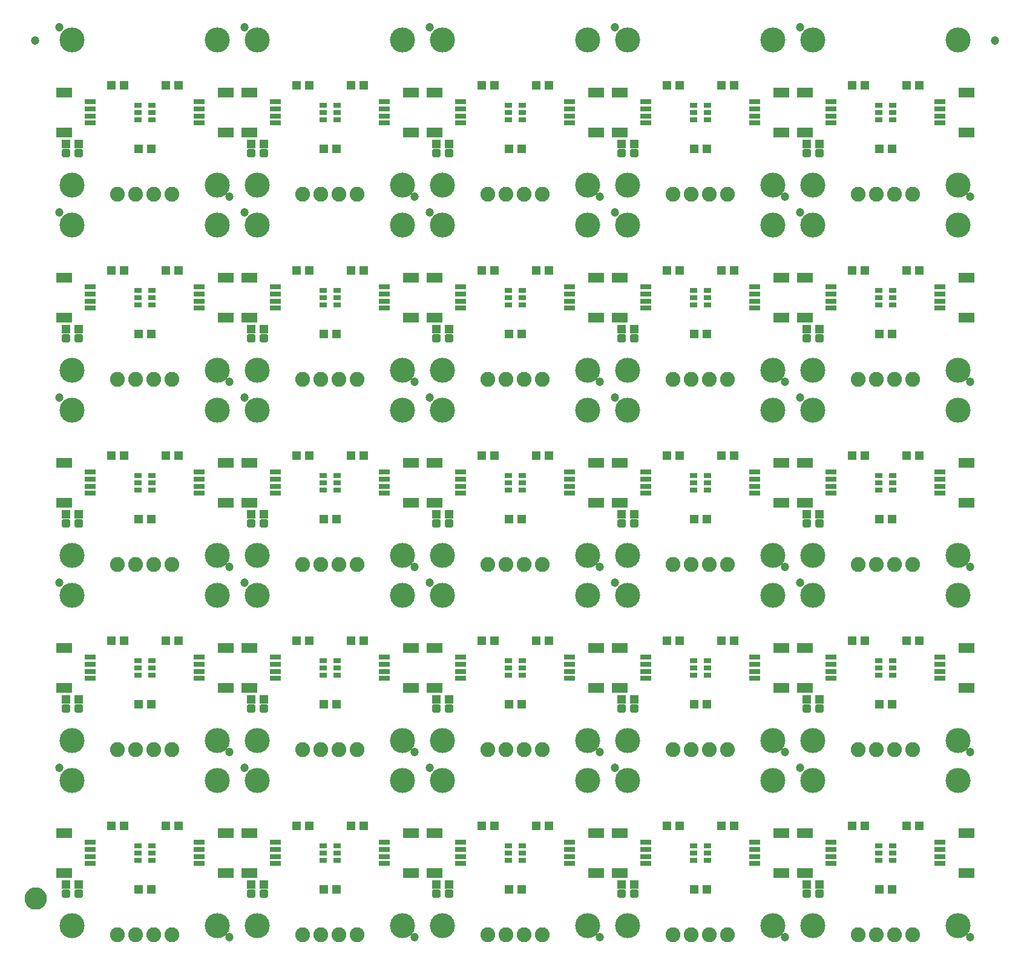
<source format=gts>
G04 EAGLE Gerber RS-274X export*
G75*
%MOMM*%
%FSLAX34Y34*%
%LPD*%
%INSoldermask Top*%
%IPPOS*%
%AMOC8*
5,1,8,0,0,1.08239X$1,22.5*%
G01*
%ADD10C,3.505200*%
%ADD11C,1.203200*%
%ADD12R,2.203200X1.403200*%
%ADD13R,1.553200X0.803200*%
%ADD14C,2.082800*%
%ADD15R,1.303200X1.203200*%
%ADD16C,0.505344*%
%ADD17R,1.003200X0.703200*%
%ADD18C,1.270000*%
%ADD19C,1.703200*%


D10*
X25400Y228600D03*
X228600Y228600D03*
D11*
X245110Y8890D03*
X7620Y246380D03*
D12*
X14050Y155000D03*
X14050Y99000D03*
D13*
X50800Y142000D03*
X50800Y132000D03*
X50800Y122000D03*
X50800Y112000D03*
D14*
X88900Y12700D03*
X114300Y12700D03*
X139700Y12700D03*
X165100Y12700D03*
D12*
X239950Y99000D03*
X239950Y155000D03*
D13*
X203200Y112000D03*
X203200Y122000D03*
X203200Y132000D03*
X203200Y142000D03*
D15*
X16900Y82550D03*
X33900Y82550D03*
D16*
X30680Y73340D02*
X30680Y66360D01*
X30680Y73340D02*
X37660Y73340D01*
X37660Y66360D01*
X30680Y66360D01*
X30680Y71160D02*
X37660Y71160D01*
X13140Y73340D02*
X13140Y66360D01*
X13140Y73340D02*
X20120Y73340D01*
X20120Y66360D01*
X13140Y66360D01*
X13140Y71160D02*
X20120Y71160D01*
D15*
X97400Y165100D03*
X80400Y165100D03*
X173600Y165100D03*
X156600Y165100D03*
X118500Y76200D03*
X135500Y76200D03*
D10*
X25400Y25400D03*
X228600Y25400D03*
D17*
X137000Y137000D03*
X137000Y127000D03*
X137000Y117000D03*
X117000Y117000D03*
X117000Y127000D03*
X117000Y137000D03*
D10*
X284480Y228600D03*
X487680Y228600D03*
D11*
X504190Y8890D03*
X266700Y246380D03*
D12*
X273130Y155000D03*
X273130Y99000D03*
D13*
X309880Y142000D03*
X309880Y132000D03*
X309880Y122000D03*
X309880Y112000D03*
D14*
X347980Y12700D03*
X373380Y12700D03*
X398780Y12700D03*
X424180Y12700D03*
D12*
X499030Y99000D03*
X499030Y155000D03*
D13*
X462280Y112000D03*
X462280Y122000D03*
X462280Y132000D03*
X462280Y142000D03*
D15*
X275980Y82550D03*
X292980Y82550D03*
D16*
X289760Y73340D02*
X289760Y66360D01*
X289760Y73340D02*
X296740Y73340D01*
X296740Y66360D01*
X289760Y66360D01*
X289760Y71160D02*
X296740Y71160D01*
X272220Y73340D02*
X272220Y66360D01*
X272220Y73340D02*
X279200Y73340D01*
X279200Y66360D01*
X272220Y66360D01*
X272220Y71160D02*
X279200Y71160D01*
D15*
X356480Y165100D03*
X339480Y165100D03*
X432680Y165100D03*
X415680Y165100D03*
X377580Y76200D03*
X394580Y76200D03*
D10*
X284480Y25400D03*
X487680Y25400D03*
D17*
X396080Y137000D03*
X396080Y127000D03*
X396080Y117000D03*
X376080Y117000D03*
X376080Y127000D03*
X376080Y137000D03*
D10*
X543560Y228600D03*
X746760Y228600D03*
D11*
X763270Y8890D03*
X525780Y246380D03*
D12*
X532210Y155000D03*
X532210Y99000D03*
D13*
X568960Y142000D03*
X568960Y132000D03*
X568960Y122000D03*
X568960Y112000D03*
D14*
X607060Y12700D03*
X632460Y12700D03*
X657860Y12700D03*
X683260Y12700D03*
D12*
X758110Y99000D03*
X758110Y155000D03*
D13*
X721360Y112000D03*
X721360Y122000D03*
X721360Y132000D03*
X721360Y142000D03*
D15*
X535060Y82550D03*
X552060Y82550D03*
D16*
X548840Y73340D02*
X548840Y66360D01*
X548840Y73340D02*
X555820Y73340D01*
X555820Y66360D01*
X548840Y66360D01*
X548840Y71160D02*
X555820Y71160D01*
X531300Y73340D02*
X531300Y66360D01*
X531300Y73340D02*
X538280Y73340D01*
X538280Y66360D01*
X531300Y66360D01*
X531300Y71160D02*
X538280Y71160D01*
D15*
X615560Y165100D03*
X598560Y165100D03*
X691760Y165100D03*
X674760Y165100D03*
X636660Y76200D03*
X653660Y76200D03*
D10*
X543560Y25400D03*
X746760Y25400D03*
D17*
X655160Y137000D03*
X655160Y127000D03*
X655160Y117000D03*
X635160Y117000D03*
X635160Y127000D03*
X635160Y137000D03*
D10*
X802640Y228600D03*
X1005840Y228600D03*
D11*
X1022350Y8890D03*
X784860Y246380D03*
D12*
X791290Y155000D03*
X791290Y99000D03*
D13*
X828040Y142000D03*
X828040Y132000D03*
X828040Y122000D03*
X828040Y112000D03*
D14*
X866140Y12700D03*
X891540Y12700D03*
X916940Y12700D03*
X942340Y12700D03*
D12*
X1017190Y99000D03*
X1017190Y155000D03*
D13*
X980440Y112000D03*
X980440Y122000D03*
X980440Y132000D03*
X980440Y142000D03*
D15*
X794140Y82550D03*
X811140Y82550D03*
D16*
X807920Y73340D02*
X807920Y66360D01*
X807920Y73340D02*
X814900Y73340D01*
X814900Y66360D01*
X807920Y66360D01*
X807920Y71160D02*
X814900Y71160D01*
X790380Y73340D02*
X790380Y66360D01*
X790380Y73340D02*
X797360Y73340D01*
X797360Y66360D01*
X790380Y66360D01*
X790380Y71160D02*
X797360Y71160D01*
D15*
X874640Y165100D03*
X857640Y165100D03*
X950840Y165100D03*
X933840Y165100D03*
X895740Y76200D03*
X912740Y76200D03*
D10*
X802640Y25400D03*
X1005840Y25400D03*
D17*
X914240Y137000D03*
X914240Y127000D03*
X914240Y117000D03*
X894240Y117000D03*
X894240Y127000D03*
X894240Y137000D03*
D10*
X1061720Y228600D03*
X1264920Y228600D03*
D11*
X1281430Y8890D03*
X1043940Y246380D03*
D12*
X1050370Y155000D03*
X1050370Y99000D03*
D13*
X1087120Y142000D03*
X1087120Y132000D03*
X1087120Y122000D03*
X1087120Y112000D03*
D14*
X1125220Y12700D03*
X1150620Y12700D03*
X1176020Y12700D03*
X1201420Y12700D03*
D12*
X1276270Y99000D03*
X1276270Y155000D03*
D13*
X1239520Y112000D03*
X1239520Y122000D03*
X1239520Y132000D03*
X1239520Y142000D03*
D15*
X1053220Y82550D03*
X1070220Y82550D03*
D16*
X1067000Y73340D02*
X1067000Y66360D01*
X1067000Y73340D02*
X1073980Y73340D01*
X1073980Y66360D01*
X1067000Y66360D01*
X1067000Y71160D02*
X1073980Y71160D01*
X1049460Y73340D02*
X1049460Y66360D01*
X1049460Y73340D02*
X1056440Y73340D01*
X1056440Y66360D01*
X1049460Y66360D01*
X1049460Y71160D02*
X1056440Y71160D01*
D15*
X1133720Y165100D03*
X1116720Y165100D03*
X1209920Y165100D03*
X1192920Y165100D03*
X1154820Y76200D03*
X1171820Y76200D03*
D10*
X1061720Y25400D03*
X1264920Y25400D03*
D17*
X1173320Y137000D03*
X1173320Y127000D03*
X1173320Y117000D03*
X1153320Y117000D03*
X1153320Y127000D03*
X1153320Y137000D03*
D10*
X25400Y487680D03*
X228600Y487680D03*
D11*
X245110Y267970D03*
X7620Y505460D03*
D12*
X14050Y414080D03*
X14050Y358080D03*
D13*
X50800Y401080D03*
X50800Y391080D03*
X50800Y381080D03*
X50800Y371080D03*
D14*
X88900Y271780D03*
X114300Y271780D03*
X139700Y271780D03*
X165100Y271780D03*
D12*
X239950Y358080D03*
X239950Y414080D03*
D13*
X203200Y371080D03*
X203200Y381080D03*
X203200Y391080D03*
X203200Y401080D03*
D15*
X16900Y341630D03*
X33900Y341630D03*
D16*
X30680Y332420D02*
X30680Y325440D01*
X30680Y332420D02*
X37660Y332420D01*
X37660Y325440D01*
X30680Y325440D01*
X30680Y330240D02*
X37660Y330240D01*
X13140Y332420D02*
X13140Y325440D01*
X13140Y332420D02*
X20120Y332420D01*
X20120Y325440D01*
X13140Y325440D01*
X13140Y330240D02*
X20120Y330240D01*
D15*
X97400Y424180D03*
X80400Y424180D03*
X173600Y424180D03*
X156600Y424180D03*
X118500Y335280D03*
X135500Y335280D03*
D10*
X25400Y284480D03*
X228600Y284480D03*
D17*
X137000Y396080D03*
X137000Y386080D03*
X137000Y376080D03*
X117000Y376080D03*
X117000Y386080D03*
X117000Y396080D03*
D10*
X284480Y487680D03*
X487680Y487680D03*
D11*
X504190Y267970D03*
X266700Y505460D03*
D12*
X273130Y414080D03*
X273130Y358080D03*
D13*
X309880Y401080D03*
X309880Y391080D03*
X309880Y381080D03*
X309880Y371080D03*
D14*
X347980Y271780D03*
X373380Y271780D03*
X398780Y271780D03*
X424180Y271780D03*
D12*
X499030Y358080D03*
X499030Y414080D03*
D13*
X462280Y371080D03*
X462280Y381080D03*
X462280Y391080D03*
X462280Y401080D03*
D15*
X275980Y341630D03*
X292980Y341630D03*
D16*
X289760Y332420D02*
X289760Y325440D01*
X289760Y332420D02*
X296740Y332420D01*
X296740Y325440D01*
X289760Y325440D01*
X289760Y330240D02*
X296740Y330240D01*
X272220Y332420D02*
X272220Y325440D01*
X272220Y332420D02*
X279200Y332420D01*
X279200Y325440D01*
X272220Y325440D01*
X272220Y330240D02*
X279200Y330240D01*
D15*
X356480Y424180D03*
X339480Y424180D03*
X432680Y424180D03*
X415680Y424180D03*
X377580Y335280D03*
X394580Y335280D03*
D10*
X284480Y284480D03*
X487680Y284480D03*
D17*
X396080Y396080D03*
X396080Y386080D03*
X396080Y376080D03*
X376080Y376080D03*
X376080Y386080D03*
X376080Y396080D03*
D10*
X543560Y487680D03*
X746760Y487680D03*
D11*
X763270Y267970D03*
X525780Y505460D03*
D12*
X532210Y414080D03*
X532210Y358080D03*
D13*
X568960Y401080D03*
X568960Y391080D03*
X568960Y381080D03*
X568960Y371080D03*
D14*
X607060Y271780D03*
X632460Y271780D03*
X657860Y271780D03*
X683260Y271780D03*
D12*
X758110Y358080D03*
X758110Y414080D03*
D13*
X721360Y371080D03*
X721360Y381080D03*
X721360Y391080D03*
X721360Y401080D03*
D15*
X535060Y341630D03*
X552060Y341630D03*
D16*
X548840Y332420D02*
X548840Y325440D01*
X548840Y332420D02*
X555820Y332420D01*
X555820Y325440D01*
X548840Y325440D01*
X548840Y330240D02*
X555820Y330240D01*
X531300Y332420D02*
X531300Y325440D01*
X531300Y332420D02*
X538280Y332420D01*
X538280Y325440D01*
X531300Y325440D01*
X531300Y330240D02*
X538280Y330240D01*
D15*
X615560Y424180D03*
X598560Y424180D03*
X691760Y424180D03*
X674760Y424180D03*
X636660Y335280D03*
X653660Y335280D03*
D10*
X543560Y284480D03*
X746760Y284480D03*
D17*
X655160Y396080D03*
X655160Y386080D03*
X655160Y376080D03*
X635160Y376080D03*
X635160Y386080D03*
X635160Y396080D03*
D10*
X802640Y487680D03*
X1005840Y487680D03*
D11*
X1022350Y267970D03*
X784860Y505460D03*
D12*
X791290Y414080D03*
X791290Y358080D03*
D13*
X828040Y401080D03*
X828040Y391080D03*
X828040Y381080D03*
X828040Y371080D03*
D14*
X866140Y271780D03*
X891540Y271780D03*
X916940Y271780D03*
X942340Y271780D03*
D12*
X1017190Y358080D03*
X1017190Y414080D03*
D13*
X980440Y371080D03*
X980440Y381080D03*
X980440Y391080D03*
X980440Y401080D03*
D15*
X794140Y341630D03*
X811140Y341630D03*
D16*
X807920Y332420D02*
X807920Y325440D01*
X807920Y332420D02*
X814900Y332420D01*
X814900Y325440D01*
X807920Y325440D01*
X807920Y330240D02*
X814900Y330240D01*
X790380Y332420D02*
X790380Y325440D01*
X790380Y332420D02*
X797360Y332420D01*
X797360Y325440D01*
X790380Y325440D01*
X790380Y330240D02*
X797360Y330240D01*
D15*
X874640Y424180D03*
X857640Y424180D03*
X950840Y424180D03*
X933840Y424180D03*
X895740Y335280D03*
X912740Y335280D03*
D10*
X802640Y284480D03*
X1005840Y284480D03*
D17*
X914240Y396080D03*
X914240Y386080D03*
X914240Y376080D03*
X894240Y376080D03*
X894240Y386080D03*
X894240Y396080D03*
D10*
X1061720Y487680D03*
X1264920Y487680D03*
D11*
X1281430Y267970D03*
X1043940Y505460D03*
D12*
X1050370Y414080D03*
X1050370Y358080D03*
D13*
X1087120Y401080D03*
X1087120Y391080D03*
X1087120Y381080D03*
X1087120Y371080D03*
D14*
X1125220Y271780D03*
X1150620Y271780D03*
X1176020Y271780D03*
X1201420Y271780D03*
D12*
X1276270Y358080D03*
X1276270Y414080D03*
D13*
X1239520Y371080D03*
X1239520Y381080D03*
X1239520Y391080D03*
X1239520Y401080D03*
D15*
X1053220Y341630D03*
X1070220Y341630D03*
D16*
X1067000Y332420D02*
X1067000Y325440D01*
X1067000Y332420D02*
X1073980Y332420D01*
X1073980Y325440D01*
X1067000Y325440D01*
X1067000Y330240D02*
X1073980Y330240D01*
X1049460Y332420D02*
X1049460Y325440D01*
X1049460Y332420D02*
X1056440Y332420D01*
X1056440Y325440D01*
X1049460Y325440D01*
X1049460Y330240D02*
X1056440Y330240D01*
D15*
X1133720Y424180D03*
X1116720Y424180D03*
X1209920Y424180D03*
X1192920Y424180D03*
X1154820Y335280D03*
X1171820Y335280D03*
D10*
X1061720Y284480D03*
X1264920Y284480D03*
D17*
X1173320Y396080D03*
X1173320Y386080D03*
X1173320Y376080D03*
X1153320Y376080D03*
X1153320Y386080D03*
X1153320Y396080D03*
D10*
X25400Y746760D03*
X228600Y746760D03*
D11*
X245110Y527050D03*
X7620Y764540D03*
D12*
X14050Y673160D03*
X14050Y617160D03*
D13*
X50800Y660160D03*
X50800Y650160D03*
X50800Y640160D03*
X50800Y630160D03*
D14*
X88900Y530860D03*
X114300Y530860D03*
X139700Y530860D03*
X165100Y530860D03*
D12*
X239950Y617160D03*
X239950Y673160D03*
D13*
X203200Y630160D03*
X203200Y640160D03*
X203200Y650160D03*
X203200Y660160D03*
D15*
X16900Y600710D03*
X33900Y600710D03*
D16*
X30680Y591500D02*
X30680Y584520D01*
X30680Y591500D02*
X37660Y591500D01*
X37660Y584520D01*
X30680Y584520D01*
X30680Y589320D02*
X37660Y589320D01*
X13140Y591500D02*
X13140Y584520D01*
X13140Y591500D02*
X20120Y591500D01*
X20120Y584520D01*
X13140Y584520D01*
X13140Y589320D02*
X20120Y589320D01*
D15*
X97400Y683260D03*
X80400Y683260D03*
X173600Y683260D03*
X156600Y683260D03*
X118500Y594360D03*
X135500Y594360D03*
D10*
X25400Y543560D03*
X228600Y543560D03*
D17*
X137000Y655160D03*
X137000Y645160D03*
X137000Y635160D03*
X117000Y635160D03*
X117000Y645160D03*
X117000Y655160D03*
D10*
X284480Y746760D03*
X487680Y746760D03*
D11*
X504190Y527050D03*
X266700Y764540D03*
D12*
X273130Y673160D03*
X273130Y617160D03*
D13*
X309880Y660160D03*
X309880Y650160D03*
X309880Y640160D03*
X309880Y630160D03*
D14*
X347980Y530860D03*
X373380Y530860D03*
X398780Y530860D03*
X424180Y530860D03*
D12*
X499030Y617160D03*
X499030Y673160D03*
D13*
X462280Y630160D03*
X462280Y640160D03*
X462280Y650160D03*
X462280Y660160D03*
D15*
X275980Y600710D03*
X292980Y600710D03*
D16*
X289760Y591500D02*
X289760Y584520D01*
X289760Y591500D02*
X296740Y591500D01*
X296740Y584520D01*
X289760Y584520D01*
X289760Y589320D02*
X296740Y589320D01*
X272220Y591500D02*
X272220Y584520D01*
X272220Y591500D02*
X279200Y591500D01*
X279200Y584520D01*
X272220Y584520D01*
X272220Y589320D02*
X279200Y589320D01*
D15*
X356480Y683260D03*
X339480Y683260D03*
X432680Y683260D03*
X415680Y683260D03*
X377580Y594360D03*
X394580Y594360D03*
D10*
X284480Y543560D03*
X487680Y543560D03*
D17*
X396080Y655160D03*
X396080Y645160D03*
X396080Y635160D03*
X376080Y635160D03*
X376080Y645160D03*
X376080Y655160D03*
D10*
X543560Y746760D03*
X746760Y746760D03*
D11*
X763270Y527050D03*
X525780Y764540D03*
D12*
X532210Y673160D03*
X532210Y617160D03*
D13*
X568960Y660160D03*
X568960Y650160D03*
X568960Y640160D03*
X568960Y630160D03*
D14*
X607060Y530860D03*
X632460Y530860D03*
X657860Y530860D03*
X683260Y530860D03*
D12*
X758110Y617160D03*
X758110Y673160D03*
D13*
X721360Y630160D03*
X721360Y640160D03*
X721360Y650160D03*
X721360Y660160D03*
D15*
X535060Y600710D03*
X552060Y600710D03*
D16*
X548840Y591500D02*
X548840Y584520D01*
X548840Y591500D02*
X555820Y591500D01*
X555820Y584520D01*
X548840Y584520D01*
X548840Y589320D02*
X555820Y589320D01*
X531300Y591500D02*
X531300Y584520D01*
X531300Y591500D02*
X538280Y591500D01*
X538280Y584520D01*
X531300Y584520D01*
X531300Y589320D02*
X538280Y589320D01*
D15*
X615560Y683260D03*
X598560Y683260D03*
X691760Y683260D03*
X674760Y683260D03*
X636660Y594360D03*
X653660Y594360D03*
D10*
X543560Y543560D03*
X746760Y543560D03*
D17*
X655160Y655160D03*
X655160Y645160D03*
X655160Y635160D03*
X635160Y635160D03*
X635160Y645160D03*
X635160Y655160D03*
D10*
X802640Y746760D03*
X1005840Y746760D03*
D11*
X1022350Y527050D03*
X784860Y764540D03*
D12*
X791290Y673160D03*
X791290Y617160D03*
D13*
X828040Y660160D03*
X828040Y650160D03*
X828040Y640160D03*
X828040Y630160D03*
D14*
X866140Y530860D03*
X891540Y530860D03*
X916940Y530860D03*
X942340Y530860D03*
D12*
X1017190Y617160D03*
X1017190Y673160D03*
D13*
X980440Y630160D03*
X980440Y640160D03*
X980440Y650160D03*
X980440Y660160D03*
D15*
X794140Y600710D03*
X811140Y600710D03*
D16*
X807920Y591500D02*
X807920Y584520D01*
X807920Y591500D02*
X814900Y591500D01*
X814900Y584520D01*
X807920Y584520D01*
X807920Y589320D02*
X814900Y589320D01*
X790380Y591500D02*
X790380Y584520D01*
X790380Y591500D02*
X797360Y591500D01*
X797360Y584520D01*
X790380Y584520D01*
X790380Y589320D02*
X797360Y589320D01*
D15*
X874640Y683260D03*
X857640Y683260D03*
X950840Y683260D03*
X933840Y683260D03*
X895740Y594360D03*
X912740Y594360D03*
D10*
X802640Y543560D03*
X1005840Y543560D03*
D17*
X914240Y655160D03*
X914240Y645160D03*
X914240Y635160D03*
X894240Y635160D03*
X894240Y645160D03*
X894240Y655160D03*
D10*
X1061720Y746760D03*
X1264920Y746760D03*
D11*
X1281430Y527050D03*
X1043940Y764540D03*
D12*
X1050370Y673160D03*
X1050370Y617160D03*
D13*
X1087120Y660160D03*
X1087120Y650160D03*
X1087120Y640160D03*
X1087120Y630160D03*
D14*
X1125220Y530860D03*
X1150620Y530860D03*
X1176020Y530860D03*
X1201420Y530860D03*
D12*
X1276270Y617160D03*
X1276270Y673160D03*
D13*
X1239520Y630160D03*
X1239520Y640160D03*
X1239520Y650160D03*
X1239520Y660160D03*
D15*
X1053220Y600710D03*
X1070220Y600710D03*
D16*
X1067000Y591500D02*
X1067000Y584520D01*
X1067000Y591500D02*
X1073980Y591500D01*
X1073980Y584520D01*
X1067000Y584520D01*
X1067000Y589320D02*
X1073980Y589320D01*
X1049460Y591500D02*
X1049460Y584520D01*
X1049460Y591500D02*
X1056440Y591500D01*
X1056440Y584520D01*
X1049460Y584520D01*
X1049460Y589320D02*
X1056440Y589320D01*
D15*
X1133720Y683260D03*
X1116720Y683260D03*
X1209920Y683260D03*
X1192920Y683260D03*
X1154820Y594360D03*
X1171820Y594360D03*
D10*
X1061720Y543560D03*
X1264920Y543560D03*
D17*
X1173320Y655160D03*
X1173320Y645160D03*
X1173320Y635160D03*
X1153320Y635160D03*
X1153320Y645160D03*
X1153320Y655160D03*
D10*
X25400Y1005840D03*
X228600Y1005840D03*
D11*
X245110Y786130D03*
X7620Y1023620D03*
D12*
X14050Y932240D03*
X14050Y876240D03*
D13*
X50800Y919240D03*
X50800Y909240D03*
X50800Y899240D03*
X50800Y889240D03*
D14*
X88900Y789940D03*
X114300Y789940D03*
X139700Y789940D03*
X165100Y789940D03*
D12*
X239950Y876240D03*
X239950Y932240D03*
D13*
X203200Y889240D03*
X203200Y899240D03*
X203200Y909240D03*
X203200Y919240D03*
D15*
X16900Y859790D03*
X33900Y859790D03*
D16*
X30680Y850580D02*
X30680Y843600D01*
X30680Y850580D02*
X37660Y850580D01*
X37660Y843600D01*
X30680Y843600D01*
X30680Y848400D02*
X37660Y848400D01*
X13140Y850580D02*
X13140Y843600D01*
X13140Y850580D02*
X20120Y850580D01*
X20120Y843600D01*
X13140Y843600D01*
X13140Y848400D02*
X20120Y848400D01*
D15*
X97400Y942340D03*
X80400Y942340D03*
X173600Y942340D03*
X156600Y942340D03*
X118500Y853440D03*
X135500Y853440D03*
D10*
X25400Y802640D03*
X228600Y802640D03*
D17*
X137000Y914240D03*
X137000Y904240D03*
X137000Y894240D03*
X117000Y894240D03*
X117000Y904240D03*
X117000Y914240D03*
D10*
X284480Y1005840D03*
X487680Y1005840D03*
D11*
X504190Y786130D03*
X266700Y1023620D03*
D12*
X273130Y932240D03*
X273130Y876240D03*
D13*
X309880Y919240D03*
X309880Y909240D03*
X309880Y899240D03*
X309880Y889240D03*
D14*
X347980Y789940D03*
X373380Y789940D03*
X398780Y789940D03*
X424180Y789940D03*
D12*
X499030Y876240D03*
X499030Y932240D03*
D13*
X462280Y889240D03*
X462280Y899240D03*
X462280Y909240D03*
X462280Y919240D03*
D15*
X275980Y859790D03*
X292980Y859790D03*
D16*
X289760Y850580D02*
X289760Y843600D01*
X289760Y850580D02*
X296740Y850580D01*
X296740Y843600D01*
X289760Y843600D01*
X289760Y848400D02*
X296740Y848400D01*
X272220Y850580D02*
X272220Y843600D01*
X272220Y850580D02*
X279200Y850580D01*
X279200Y843600D01*
X272220Y843600D01*
X272220Y848400D02*
X279200Y848400D01*
D15*
X356480Y942340D03*
X339480Y942340D03*
X432680Y942340D03*
X415680Y942340D03*
X377580Y853440D03*
X394580Y853440D03*
D10*
X284480Y802640D03*
X487680Y802640D03*
D17*
X396080Y914240D03*
X396080Y904240D03*
X396080Y894240D03*
X376080Y894240D03*
X376080Y904240D03*
X376080Y914240D03*
D10*
X543560Y1005840D03*
X746760Y1005840D03*
D11*
X763270Y786130D03*
X525780Y1023620D03*
D12*
X532210Y932240D03*
X532210Y876240D03*
D13*
X568960Y919240D03*
X568960Y909240D03*
X568960Y899240D03*
X568960Y889240D03*
D14*
X607060Y789940D03*
X632460Y789940D03*
X657860Y789940D03*
X683260Y789940D03*
D12*
X758110Y876240D03*
X758110Y932240D03*
D13*
X721360Y889240D03*
X721360Y899240D03*
X721360Y909240D03*
X721360Y919240D03*
D15*
X535060Y859790D03*
X552060Y859790D03*
D16*
X548840Y850580D02*
X548840Y843600D01*
X548840Y850580D02*
X555820Y850580D01*
X555820Y843600D01*
X548840Y843600D01*
X548840Y848400D02*
X555820Y848400D01*
X531300Y850580D02*
X531300Y843600D01*
X531300Y850580D02*
X538280Y850580D01*
X538280Y843600D01*
X531300Y843600D01*
X531300Y848400D02*
X538280Y848400D01*
D15*
X615560Y942340D03*
X598560Y942340D03*
X691760Y942340D03*
X674760Y942340D03*
X636660Y853440D03*
X653660Y853440D03*
D10*
X543560Y802640D03*
X746760Y802640D03*
D17*
X655160Y914240D03*
X655160Y904240D03*
X655160Y894240D03*
X635160Y894240D03*
X635160Y904240D03*
X635160Y914240D03*
D10*
X802640Y1005840D03*
X1005840Y1005840D03*
D11*
X1022350Y786130D03*
X784860Y1023620D03*
D12*
X791290Y932240D03*
X791290Y876240D03*
D13*
X828040Y919240D03*
X828040Y909240D03*
X828040Y899240D03*
X828040Y889240D03*
D14*
X866140Y789940D03*
X891540Y789940D03*
X916940Y789940D03*
X942340Y789940D03*
D12*
X1017190Y876240D03*
X1017190Y932240D03*
D13*
X980440Y889240D03*
X980440Y899240D03*
X980440Y909240D03*
X980440Y919240D03*
D15*
X794140Y859790D03*
X811140Y859790D03*
D16*
X807920Y850580D02*
X807920Y843600D01*
X807920Y850580D02*
X814900Y850580D01*
X814900Y843600D01*
X807920Y843600D01*
X807920Y848400D02*
X814900Y848400D01*
X790380Y850580D02*
X790380Y843600D01*
X790380Y850580D02*
X797360Y850580D01*
X797360Y843600D01*
X790380Y843600D01*
X790380Y848400D02*
X797360Y848400D01*
D15*
X874640Y942340D03*
X857640Y942340D03*
X950840Y942340D03*
X933840Y942340D03*
X895740Y853440D03*
X912740Y853440D03*
D10*
X802640Y802640D03*
X1005840Y802640D03*
D17*
X914240Y914240D03*
X914240Y904240D03*
X914240Y894240D03*
X894240Y894240D03*
X894240Y904240D03*
X894240Y914240D03*
D10*
X1061720Y1005840D03*
X1264920Y1005840D03*
D11*
X1281430Y786130D03*
X1043940Y1023620D03*
D12*
X1050370Y932240D03*
X1050370Y876240D03*
D13*
X1087120Y919240D03*
X1087120Y909240D03*
X1087120Y899240D03*
X1087120Y889240D03*
D14*
X1125220Y789940D03*
X1150620Y789940D03*
X1176020Y789940D03*
X1201420Y789940D03*
D12*
X1276270Y876240D03*
X1276270Y932240D03*
D13*
X1239520Y889240D03*
X1239520Y899240D03*
X1239520Y909240D03*
X1239520Y919240D03*
D15*
X1053220Y859790D03*
X1070220Y859790D03*
D16*
X1067000Y850580D02*
X1067000Y843600D01*
X1067000Y850580D02*
X1073980Y850580D01*
X1073980Y843600D01*
X1067000Y843600D01*
X1067000Y848400D02*
X1073980Y848400D01*
X1049460Y850580D02*
X1049460Y843600D01*
X1049460Y850580D02*
X1056440Y850580D01*
X1056440Y843600D01*
X1049460Y843600D01*
X1049460Y848400D02*
X1056440Y848400D01*
D15*
X1133720Y942340D03*
X1116720Y942340D03*
X1209920Y942340D03*
X1192920Y942340D03*
X1154820Y853440D03*
X1171820Y853440D03*
D10*
X1061720Y802640D03*
X1264920Y802640D03*
D17*
X1173320Y914240D03*
X1173320Y904240D03*
X1173320Y894240D03*
X1153320Y894240D03*
X1153320Y904240D03*
X1153320Y914240D03*
D10*
X25400Y1264920D03*
X228600Y1264920D03*
D11*
X245110Y1045210D03*
X7620Y1282700D03*
D12*
X14050Y1191320D03*
X14050Y1135320D03*
D13*
X50800Y1178320D03*
X50800Y1168320D03*
X50800Y1158320D03*
X50800Y1148320D03*
D14*
X88900Y1049020D03*
X114300Y1049020D03*
X139700Y1049020D03*
X165100Y1049020D03*
D12*
X239950Y1135320D03*
X239950Y1191320D03*
D13*
X203200Y1148320D03*
X203200Y1158320D03*
X203200Y1168320D03*
X203200Y1178320D03*
D15*
X16900Y1118870D03*
X33900Y1118870D03*
D16*
X30680Y1109660D02*
X30680Y1102680D01*
X30680Y1109660D02*
X37660Y1109660D01*
X37660Y1102680D01*
X30680Y1102680D01*
X30680Y1107480D02*
X37660Y1107480D01*
X13140Y1109660D02*
X13140Y1102680D01*
X13140Y1109660D02*
X20120Y1109660D01*
X20120Y1102680D01*
X13140Y1102680D01*
X13140Y1107480D02*
X20120Y1107480D01*
D15*
X97400Y1201420D03*
X80400Y1201420D03*
X173600Y1201420D03*
X156600Y1201420D03*
X118500Y1112520D03*
X135500Y1112520D03*
D10*
X25400Y1061720D03*
X228600Y1061720D03*
D17*
X137000Y1173320D03*
X137000Y1163320D03*
X137000Y1153320D03*
X117000Y1153320D03*
X117000Y1163320D03*
X117000Y1173320D03*
D10*
X284480Y1264920D03*
X487680Y1264920D03*
D11*
X504190Y1045210D03*
X266700Y1282700D03*
D12*
X273130Y1191320D03*
X273130Y1135320D03*
D13*
X309880Y1178320D03*
X309880Y1168320D03*
X309880Y1158320D03*
X309880Y1148320D03*
D14*
X347980Y1049020D03*
X373380Y1049020D03*
X398780Y1049020D03*
X424180Y1049020D03*
D12*
X499030Y1135320D03*
X499030Y1191320D03*
D13*
X462280Y1148320D03*
X462280Y1158320D03*
X462280Y1168320D03*
X462280Y1178320D03*
D15*
X275980Y1118870D03*
X292980Y1118870D03*
D16*
X289760Y1109660D02*
X289760Y1102680D01*
X289760Y1109660D02*
X296740Y1109660D01*
X296740Y1102680D01*
X289760Y1102680D01*
X289760Y1107480D02*
X296740Y1107480D01*
X272220Y1109660D02*
X272220Y1102680D01*
X272220Y1109660D02*
X279200Y1109660D01*
X279200Y1102680D01*
X272220Y1102680D01*
X272220Y1107480D02*
X279200Y1107480D01*
D15*
X356480Y1201420D03*
X339480Y1201420D03*
X432680Y1201420D03*
X415680Y1201420D03*
X377580Y1112520D03*
X394580Y1112520D03*
D10*
X284480Y1061720D03*
X487680Y1061720D03*
D17*
X396080Y1173320D03*
X396080Y1163320D03*
X396080Y1153320D03*
X376080Y1153320D03*
X376080Y1163320D03*
X376080Y1173320D03*
D10*
X543560Y1264920D03*
X746760Y1264920D03*
D11*
X763270Y1045210D03*
X525780Y1282700D03*
D12*
X532210Y1191320D03*
X532210Y1135320D03*
D13*
X568960Y1178320D03*
X568960Y1168320D03*
X568960Y1158320D03*
X568960Y1148320D03*
D14*
X607060Y1049020D03*
X632460Y1049020D03*
X657860Y1049020D03*
X683260Y1049020D03*
D12*
X758110Y1135320D03*
X758110Y1191320D03*
D13*
X721360Y1148320D03*
X721360Y1158320D03*
X721360Y1168320D03*
X721360Y1178320D03*
D15*
X535060Y1118870D03*
X552060Y1118870D03*
D16*
X548840Y1109660D02*
X548840Y1102680D01*
X548840Y1109660D02*
X555820Y1109660D01*
X555820Y1102680D01*
X548840Y1102680D01*
X548840Y1107480D02*
X555820Y1107480D01*
X531300Y1109660D02*
X531300Y1102680D01*
X531300Y1109660D02*
X538280Y1109660D01*
X538280Y1102680D01*
X531300Y1102680D01*
X531300Y1107480D02*
X538280Y1107480D01*
D15*
X615560Y1201420D03*
X598560Y1201420D03*
X691760Y1201420D03*
X674760Y1201420D03*
X636660Y1112520D03*
X653660Y1112520D03*
D10*
X543560Y1061720D03*
X746760Y1061720D03*
D17*
X655160Y1173320D03*
X655160Y1163320D03*
X655160Y1153320D03*
X635160Y1153320D03*
X635160Y1163320D03*
X635160Y1173320D03*
D10*
X802640Y1264920D03*
X1005840Y1264920D03*
D11*
X1022350Y1045210D03*
X784860Y1282700D03*
D12*
X791290Y1191320D03*
X791290Y1135320D03*
D13*
X828040Y1178320D03*
X828040Y1168320D03*
X828040Y1158320D03*
X828040Y1148320D03*
D14*
X866140Y1049020D03*
X891540Y1049020D03*
X916940Y1049020D03*
X942340Y1049020D03*
D12*
X1017190Y1135320D03*
X1017190Y1191320D03*
D13*
X980440Y1148320D03*
X980440Y1158320D03*
X980440Y1168320D03*
X980440Y1178320D03*
D15*
X794140Y1118870D03*
X811140Y1118870D03*
D16*
X807920Y1109660D02*
X807920Y1102680D01*
X807920Y1109660D02*
X814900Y1109660D01*
X814900Y1102680D01*
X807920Y1102680D01*
X807920Y1107480D02*
X814900Y1107480D01*
X790380Y1109660D02*
X790380Y1102680D01*
X790380Y1109660D02*
X797360Y1109660D01*
X797360Y1102680D01*
X790380Y1102680D01*
X790380Y1107480D02*
X797360Y1107480D01*
D15*
X874640Y1201420D03*
X857640Y1201420D03*
X950840Y1201420D03*
X933840Y1201420D03*
X895740Y1112520D03*
X912740Y1112520D03*
D10*
X802640Y1061720D03*
X1005840Y1061720D03*
D17*
X914240Y1173320D03*
X914240Y1163320D03*
X914240Y1153320D03*
X894240Y1153320D03*
X894240Y1163320D03*
X894240Y1173320D03*
D10*
X1061720Y1264920D03*
X1264920Y1264920D03*
D11*
X1281430Y1045210D03*
X1043940Y1282700D03*
D12*
X1050370Y1191320D03*
X1050370Y1135320D03*
D13*
X1087120Y1178320D03*
X1087120Y1168320D03*
X1087120Y1158320D03*
X1087120Y1148320D03*
D14*
X1125220Y1049020D03*
X1150620Y1049020D03*
X1176020Y1049020D03*
X1201420Y1049020D03*
D12*
X1276270Y1135320D03*
X1276270Y1191320D03*
D13*
X1239520Y1148320D03*
X1239520Y1158320D03*
X1239520Y1168320D03*
X1239520Y1178320D03*
D15*
X1053220Y1118870D03*
X1070220Y1118870D03*
D16*
X1067000Y1109660D02*
X1067000Y1102680D01*
X1067000Y1109660D02*
X1073980Y1109660D01*
X1073980Y1102680D01*
X1067000Y1102680D01*
X1067000Y1107480D02*
X1073980Y1107480D01*
X1049460Y1109660D02*
X1049460Y1102680D01*
X1049460Y1109660D02*
X1056440Y1109660D01*
X1056440Y1102680D01*
X1049460Y1102680D01*
X1049460Y1107480D02*
X1056440Y1107480D01*
D15*
X1133720Y1201420D03*
X1116720Y1201420D03*
X1209920Y1201420D03*
X1192920Y1201420D03*
X1154820Y1112520D03*
X1171820Y1112520D03*
D10*
X1061720Y1061720D03*
X1264920Y1061720D03*
D17*
X1173320Y1173320D03*
X1173320Y1163320D03*
X1173320Y1153320D03*
X1153320Y1153320D03*
X1153320Y1163320D03*
X1153320Y1173320D03*
D11*
X-26238Y1263650D03*
X1316558Y1263650D03*
D18*
X-35293Y63500D02*
X-35290Y63722D01*
X-35282Y63944D01*
X-35268Y64166D01*
X-35249Y64388D01*
X-35225Y64608D01*
X-35195Y64829D01*
X-35160Y65048D01*
X-35119Y65267D01*
X-35073Y65484D01*
X-35022Y65700D01*
X-34965Y65915D01*
X-34903Y66129D01*
X-34836Y66340D01*
X-34764Y66551D01*
X-34686Y66759D01*
X-34604Y66965D01*
X-34516Y67169D01*
X-34424Y67372D01*
X-34326Y67571D01*
X-34224Y67768D01*
X-34117Y67963D01*
X-34005Y68155D01*
X-33888Y68344D01*
X-33767Y68531D01*
X-33641Y68714D01*
X-33511Y68894D01*
X-33376Y69071D01*
X-33238Y69244D01*
X-33095Y69414D01*
X-32947Y69581D01*
X-32796Y69744D01*
X-32641Y69903D01*
X-32482Y70058D01*
X-32319Y70209D01*
X-32152Y70357D01*
X-31982Y70500D01*
X-31809Y70638D01*
X-31632Y70773D01*
X-31452Y70903D01*
X-31269Y71029D01*
X-31082Y71150D01*
X-30893Y71267D01*
X-30701Y71379D01*
X-30506Y71486D01*
X-30309Y71588D01*
X-30110Y71686D01*
X-29907Y71778D01*
X-29703Y71866D01*
X-29497Y71948D01*
X-29289Y72026D01*
X-29078Y72098D01*
X-28867Y72165D01*
X-28653Y72227D01*
X-28438Y72284D01*
X-28222Y72335D01*
X-28005Y72381D01*
X-27786Y72422D01*
X-27567Y72457D01*
X-27346Y72487D01*
X-27126Y72511D01*
X-26904Y72530D01*
X-26682Y72544D01*
X-26460Y72552D01*
X-26238Y72555D01*
X-26016Y72552D01*
X-25794Y72544D01*
X-25572Y72530D01*
X-25350Y72511D01*
X-25130Y72487D01*
X-24909Y72457D01*
X-24690Y72422D01*
X-24471Y72381D01*
X-24254Y72335D01*
X-24038Y72284D01*
X-23823Y72227D01*
X-23609Y72165D01*
X-23398Y72098D01*
X-23187Y72026D01*
X-22979Y71948D01*
X-22773Y71866D01*
X-22569Y71778D01*
X-22366Y71686D01*
X-22167Y71588D01*
X-21970Y71486D01*
X-21775Y71379D01*
X-21583Y71267D01*
X-21394Y71150D01*
X-21207Y71029D01*
X-21024Y70903D01*
X-20844Y70773D01*
X-20667Y70638D01*
X-20494Y70500D01*
X-20324Y70357D01*
X-20157Y70209D01*
X-19994Y70058D01*
X-19835Y69903D01*
X-19680Y69744D01*
X-19529Y69581D01*
X-19381Y69414D01*
X-19238Y69244D01*
X-19100Y69071D01*
X-18965Y68894D01*
X-18835Y68714D01*
X-18709Y68531D01*
X-18588Y68344D01*
X-18471Y68155D01*
X-18359Y67963D01*
X-18252Y67768D01*
X-18150Y67571D01*
X-18052Y67372D01*
X-17960Y67169D01*
X-17872Y66965D01*
X-17790Y66759D01*
X-17712Y66551D01*
X-17640Y66340D01*
X-17573Y66129D01*
X-17511Y65915D01*
X-17454Y65700D01*
X-17403Y65484D01*
X-17357Y65267D01*
X-17316Y65048D01*
X-17281Y64829D01*
X-17251Y64608D01*
X-17227Y64388D01*
X-17208Y64166D01*
X-17194Y63944D01*
X-17186Y63722D01*
X-17183Y63500D01*
X-17186Y63278D01*
X-17194Y63056D01*
X-17208Y62834D01*
X-17227Y62612D01*
X-17251Y62392D01*
X-17281Y62171D01*
X-17316Y61952D01*
X-17357Y61733D01*
X-17403Y61516D01*
X-17454Y61300D01*
X-17511Y61085D01*
X-17573Y60871D01*
X-17640Y60660D01*
X-17712Y60449D01*
X-17790Y60241D01*
X-17872Y60035D01*
X-17960Y59831D01*
X-18052Y59628D01*
X-18150Y59429D01*
X-18252Y59232D01*
X-18359Y59037D01*
X-18471Y58845D01*
X-18588Y58656D01*
X-18709Y58469D01*
X-18835Y58286D01*
X-18965Y58106D01*
X-19100Y57929D01*
X-19238Y57756D01*
X-19381Y57586D01*
X-19529Y57419D01*
X-19680Y57256D01*
X-19835Y57097D01*
X-19994Y56942D01*
X-20157Y56791D01*
X-20324Y56643D01*
X-20494Y56500D01*
X-20667Y56362D01*
X-20844Y56227D01*
X-21024Y56097D01*
X-21207Y55971D01*
X-21394Y55850D01*
X-21583Y55733D01*
X-21775Y55621D01*
X-21970Y55514D01*
X-22167Y55412D01*
X-22366Y55314D01*
X-22569Y55222D01*
X-22773Y55134D01*
X-22979Y55052D01*
X-23187Y54974D01*
X-23398Y54902D01*
X-23609Y54835D01*
X-23823Y54773D01*
X-24038Y54716D01*
X-24254Y54665D01*
X-24471Y54619D01*
X-24690Y54578D01*
X-24909Y54543D01*
X-25130Y54513D01*
X-25350Y54489D01*
X-25572Y54470D01*
X-25794Y54456D01*
X-26016Y54448D01*
X-26238Y54445D01*
X-26460Y54448D01*
X-26682Y54456D01*
X-26904Y54470D01*
X-27126Y54489D01*
X-27346Y54513D01*
X-27567Y54543D01*
X-27786Y54578D01*
X-28005Y54619D01*
X-28222Y54665D01*
X-28438Y54716D01*
X-28653Y54773D01*
X-28867Y54835D01*
X-29078Y54902D01*
X-29289Y54974D01*
X-29497Y55052D01*
X-29703Y55134D01*
X-29907Y55222D01*
X-30110Y55314D01*
X-30309Y55412D01*
X-30506Y55514D01*
X-30701Y55621D01*
X-30893Y55733D01*
X-31082Y55850D01*
X-31269Y55971D01*
X-31452Y56097D01*
X-31632Y56227D01*
X-31809Y56362D01*
X-31982Y56500D01*
X-32152Y56643D01*
X-32319Y56791D01*
X-32482Y56942D01*
X-32641Y57097D01*
X-32796Y57256D01*
X-32947Y57419D01*
X-33095Y57586D01*
X-33238Y57756D01*
X-33376Y57929D01*
X-33511Y58106D01*
X-33641Y58286D01*
X-33767Y58469D01*
X-33888Y58656D01*
X-34005Y58845D01*
X-34117Y59037D01*
X-34224Y59232D01*
X-34326Y59429D01*
X-34424Y59628D01*
X-34516Y59831D01*
X-34604Y60035D01*
X-34686Y60241D01*
X-34764Y60449D01*
X-34836Y60660D01*
X-34903Y60871D01*
X-34965Y61085D01*
X-35022Y61300D01*
X-35073Y61516D01*
X-35119Y61733D01*
X-35160Y61952D01*
X-35195Y62171D01*
X-35225Y62392D01*
X-35249Y62612D01*
X-35268Y62834D01*
X-35282Y63056D01*
X-35290Y63278D01*
X-35293Y63500D01*
D19*
X-26238Y63500D03*
M02*

</source>
